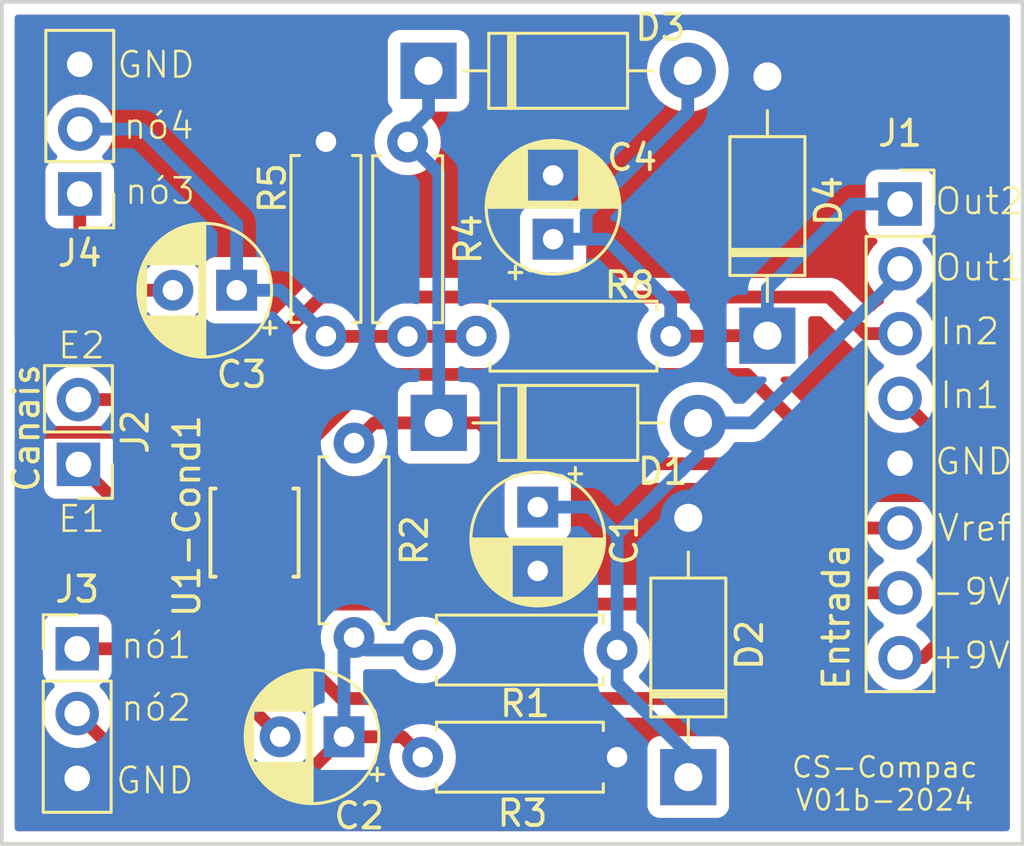
<source format=kicad_pcb>
(kicad_pcb (version 20221018) (generator pcbnew)
  (layers (0 "F.Cu" signal) (31 "B.Cu" signal) (34 "B.Paste" user) (35 "F.Paste" user) (36 "B.SilkS" user "B.Silkscreen") (37 "F.SilkS" user "F.Silkscreen") (38 "B.Mask" user) (39 "F.Mask" user) (44 "Edge.Cuts" user))
  (net 0 "")
  (net 1 "Out_1")
  (net 2 "Earth")
  (net 3 "nó2")
  (net 4 "nó1")
  (net 5 "nó4")
  (net 6 "nó3")
  (net 7 "Out_2")
  (net 8 "Vref")
  (net 9 "Canal_2")
  (net 10 "Canal_1")
  (net 11 "-9V")
  (net 12 "+9V")
  (footprint "Connector_PinHeader_2.54mm:PinHeader_1x02_P2.54mm_Vertical" (layer "F.Cu") (at 130.1 103.225 180)
    (fp_text reference "J2" (at -2.225 1.275 270) (layer "F.SilkS"))
    (fp_text value "Canais" (at 2.05 1.425 270) (layer "F.SilkS"))
    (pad "1" thru_hole rect (at 0 0 180) (size 1.7 1.7) (drill 1) (layers "*.Cu" "*.Mask") (net 10 "Canal_1"))
    (pad "2" thru_hole oval (at 0 2.54 180) (size 1.7 1.7) (drill 1) (layers "*.Cu" "*.Mask") (net 9 "Canal_2"))
  )
  (footprint "Capacitor_THT:CP_Radial_D5.0mm_P2.50mm" (layer "F.Cu") (at 136.3 96.4 180)
    (fp_text reference "C3" (at -0.194887 -3.3) (layer "F.SilkS"))
    (fp_text value "1 uF")
    (pad "1" thru_hole rect (at 0 0 180) (size 1.6 1.6) (drill 0.8) (layers "*.Cu" "*.Mask") (net 5 "nó4"))
    (pad "2" thru_hole circle (at 2.5 0 180) (size 1.6 1.6) (drill 0.8) (layers "*.Cu" "*.Mask") (net 6 "nó3"))
  )
  (footprint "Resistor_THT:R_Axial_DIN0207_L6.3mm_D2.5mm_P7.62mm_Horizontal" (layer "F.Cu") (at 139.8 98.2 90)
    (fp_text reference "R5" (at 5.8 -2.1 90) (layer "F.SilkS"))
    (fp_text value "100k")
    (pad "1" thru_hole circle (at 0 0 90) (size 1.6 1.6) (drill 0.8) (layers "*.Cu" "*.Mask") (net 5 "nó4"))
    (pad "2" thru_hole oval (at 7.62 0 90) (size 1.6 1.6) (drill 0.8) (layers "*.Cu" "*.Mask") (net 2 "Earth"))
  )
  (footprint "Connector_PinHeader_2.54mm:PinHeader_1x03_P2.54mm_Vertical" (layer "F.Cu") (at 130.05 110.45)
    (fp_text reference "J3" (at 0 -2.33) (layer "F.SilkS"))
    (fp_text value "Conn_01x03")
    (pad "1" thru_hole rect (at 0 0) (size 1.7 1.7) (drill 1) (layers "*.Cu" "*.Mask") (net 4 "nó1"))
    (pad "2" thru_hole oval (at 0 2.54) (size 1.7 1.7) (drill 1) (layers "*.Cu" "*.Mask") (net 3 "nó2"))
    (pad "3" thru_hole oval (at 0 5.08) (size 1.7 1.7) (drill 1) (layers "*.Cu" "*.Mask") (net 2 "Earth"))
  )
  (footprint "Resistor_THT:R_Axial_DIN0207_L6.3mm_D2.5mm_P7.62mm_Horizontal" (layer "F.Cu") (at 143.59 110.5)
    (fp_text reference "R1" (at 4.01 2.1) (layer "F.SilkS"))
    (fp_text value "220")
    (pad "1" thru_hole circle (at 0 0) (size 1.6 1.6) (drill 0.8) (layers "*.Cu" "*.Mask") (net 3 "nó2"))
    (pad "2" thru_hole oval (at 7.62 0) (size 1.6 1.6) (drill 0.8) (layers "*.Cu" "*.Mask") (net 1 "Out_1"))
  )
  (footprint "Connector_PinHeader_2.54mm:PinHeader_1x03_P2.54mm_Vertical" (layer "F.Cu") (at 130.15 92.625 180)
    (fp_text reference "J4" (at 0 -2.33 180) (layer "F.SilkS"))
    (fp_text value "Conn_01x03")
    (pad "1" thru_hole rect (at 0 0 180) (size 1.7 1.7) (drill 1) (layers "*.Cu" "*.Mask") (net 6 "nó3"))
    (pad "2" thru_hole oval (at 0 2.54 180) (size 1.7 1.7) (drill 1) (layers "*.Cu" "*.Mask") (net 5 "nó4"))
    (pad "3" thru_hole oval (at 0 5.08 180) (size 1.7 1.7) (drill 1) (layers "*.Cu" "*.Mask") (net 2 "Earth"))
  )
  (footprint "AD8056:RM_8_ADI" (layer "F.Cu") (at 137 105.9 90)
    (fp_text reference "U1-Cond1" (at 0.65 -2.65 90 unlocked) (layer "F.SilkS"))
    (fp_text value "AD8056ARMZ")
    (pad "1" smd rect (at -2.1717 -0.974999 90) (size 1.524 0.4318) (layers "F.Cu" "F.Paste" "F.Mask") (net 4 "nó1"))
    (pad "2" smd rect (at -2.1717 -0.325001 90) (size 1.524 0.4318) (layers "F.Cu" "F.Paste" "F.Mask") (net 4 "nó1"))
    (pad "3" smd rect (at -2.1717 0.325001 90) (size 1.524 0.4318) (layers "F.Cu" "F.Paste" "F.Mask") (net 10 "Canal_1"))
    (pad "4" smd rect (at -2.1717 0.974999 90) (size 1.524 0.4318) (layers "F.Cu" "F.Paste" "F.Mask") (net 11 "-9V"))
    (pad "5" smd rect (at 2.1717 0.974999 90) (size 1.524 0.4318) (layers "F.Cu" "F.Paste" "F.Mask") (net 9 "Canal_2"))
    (pad "6" smd rect (at 2.1717 0.325001 90) (size 1.524 0.4318) (layers "F.Cu" "F.Paste" "F.Mask") (net 6 "nó3"))
    (pad "7" smd rect (at 2.1717 -0.325001 90) (size 1.524 0.4318) (layers "F.Cu" "F.Paste" "F.Mask") (net 6 "nó3"))
    (pad "8" smd rect (at 2.1717 -0.974999 90) (size 1.524 0.4318) (layers "F.Cu" "F.Paste" "F.Mask") (net 12 "+9V"))
  )
  (footprint "Diode_THT:D_DO-41_SOD81_P10.16mm_Horizontal" (layer "F.Cu") (at 154 115.48 90)
    (fp_text reference "D2" (at 5.18 2.4 90) (layer "F.SilkS"))
    (fp_text value "1N5819")
    (pad "1" thru_hole rect (at 0 0 90) (size 2.2 2.2) (drill 1.1) (layers "*.Cu" "*.Mask") (net 1 "Out_1"))
    (pad "2" thru_hole oval (at 10.16 0 90) (size 2.2 2.2) (drill 1.1) (layers "*.Cu" "*.Mask") (net 2 "Earth"))
  )
  (footprint "Capacitor_THT:CP_Radial_D5.0mm_P2.50mm" (layer "F.Cu") (at 148.7 94.4 90)
    (fp_text reference "C4" (at 3.2 3.1 180) (layer "F.SilkS"))
    (fp_text value "470 pF")
    (pad "1" thru_hole rect (at 0 0 90) (size 1.6 1.6) (drill 0.8) (layers "*.Cu" "*.Mask") (net 7 "Out_2"))
    (pad "2" thru_hole circle (at 2.5 0 90) (size 1.6 1.6) (drill 0.8) (layers "*.Cu" "*.Mask") (net 2 "Earth"))
  )
  (footprint "Diode_THT:D_DO-41_SOD81_P10.16mm_Horizontal" (layer "F.Cu") (at 157.1 98.18 90)
    (fp_text reference "D4" (at 5.28 2.4 90) (layer "F.SilkS"))
    (fp_text value "1N5819")
    (pad "1" thru_hole rect (at 0 0 90) (size 2.2 2.2) (drill 1.1) (layers "*.Cu" "*.Mask") (net 7 "Out_2"))
    (pad "2" thru_hole oval (at 10.16 0 90) (size 2.2 2.2) (drill 1.1) (layers "*.Cu" "*.Mask") (net 2 "Earth"))
  )
  (footprint "Capacitor_THT:CP_Radial_D5.0mm_P2.50mm" (layer "F.Cu") (at 148.1 104.9 -90)
    (fp_text reference "C1" (at 1.3 -3.4 90) (layer "F.SilkS"))
    (fp_text value "470 pF")
    (pad "1" thru_hole rect (at 0 0 270) (size 1.6 1.6) (drill 0.8) (layers "*.Cu" "*.Mask") (net 1 "Out_1"))
    (pad "2" thru_hole circle (at 2.5 0 270) (size 1.6 1.6) (drill 0.8) (layers "*.Cu" "*.Mask") (net 2 "Earth"))
  )
  (footprint "Diode_THT:D_DO-41_SOD81_P10.16mm_Horizontal" (layer "F.Cu") (at 143.82 87.8)
    (fp_text reference "D3" (at 9.08 -1.7) (layer "F.SilkS"))
    (fp_text value "1N5819")
    (pad "1" thru_hole rect (at 0 0) (size 2.2 2.2) (drill 1.1) (layers "*.Cu" "*.Mask") (net 8 "Vref"))
    (pad "2" thru_hole oval (at 10.16 0) (size 2.2 2.2) (drill 1.1) (layers "*.Cu" "*.Mask") (net 7 "Out_2"))
  )
  (footprint "Resistor_THT:R_Axial_DIN0207_L6.3mm_D2.5mm_P7.62mm_Horizontal" (layer "F.Cu") (at 140.9 102.39 -90)
    (fp_text reference "R2" (at 3.81 -2.37 90) (layer "F.SilkS"))
    (fp_text value "100k")
    (pad "1" thru_hole circle (at 0 0 270) (size 1.6 1.6) (drill 0.8) (layers "*.Cu" "*.Mask") (net 8 "Vref"))
    (pad "2" thru_hole oval (at 7.62 0 270) (size 1.6 1.6) (drill 0.8) (layers "*.Cu" "*.Mask") (net 3 "nó2"))
  )
  (footprint "Resistor_THT:R_Axial_DIN0207_L6.3mm_D2.5mm_P7.62mm_Horizontal" (layer "F.Cu") (at 145.69 98.2)
    (fp_text reference "R8" (at 6.01 -2) (layer "F.SilkS"))
    (fp_text value "220")
    (pad "1" thru_hole circle (at 0 0) (size 1.6 1.6) (drill 0.8) (layers "*.Cu" "*.Mask") (net 5 "nó4"))
    (pad "2" thru_hole oval (at 7.62 0) (size 1.6 1.6) (drill 0.8) (layers "*.Cu" "*.Mask") (net 7 "Out_2"))
  )
  (footprint "Resistor_THT:R_Axial_DIN0207_L6.3mm_D2.5mm_P7.62mm_Horizontal" (layer "F.Cu") (at 143 90.59 -90)
    (fp_text reference "R4" (at 3.81 -2.37 90) (layer "F.SilkS"))
    (fp_text value "100k")
    (pad "1" thru_hole circle (at 0 0 270) (size 1.6 1.6) (drill 0.8) (layers "*.Cu" "*.Mask") (net 8 "Vref"))
    (pad "2" thru_hole oval (at 7.62 0 270) (size 1.6 1.6) (drill 0.8) (layers "*.Cu" "*.Mask") (net 5 "nó4"))
  )
  (footprint "Connector_PinSocket_2.54mm:PinSocket_1x08_P2.54mm_Vertical" (layer "F.Cu") (at 162.3 93.02)
    (fp_text reference "J1" (at 0 -2.77) (layer "F.SilkS"))
    (fp_text value "Entrada" (at -2.5 16.18 90) (layer "F.SilkS"))
    (pad "1" thru_hole rect (at 0 0) (size 1.7 1.7) (drill 1) (layers "*.Cu" "*.Mask") (net 7 "Out_2"))
    (pad "2" thru_hole oval (at 0 2.54) (size 1.7 1.7) (drill 1) (layers "*.Cu" "*.Mask") (net 1 "Out_1"))
    (pad "3" thru_hole oval (at 0 5.08) (size 1.7 1.7) (drill 1) (layers "*.Cu" "*.Mask") (net 9 "Canal_2"))
    (pad "4" thru_hole oval (at 0 7.62) (size 1.7 1.7) (drill 1) (layers "*.Cu" "*.Mask") (net 10 "Canal_1"))
    (pad "5" thru_hole oval (at 0 10.16) (size 1.7 1.7) (drill 1) (layers "*.Cu" "*.Mask") (net 2 "Earth"))
    (pad "6" thru_hole oval (at 0 12.7) (size 1.7 1.7) (drill 1) (layers "*.Cu" "*.Mask") (net 8 "Vref"))
    (pad "7" thru_hole oval (at 0 15.24) (size 1.7 1.7) (drill 1) (layers "*.Cu" "*.Mask") (net 11 "-9V"))
    (pad "8" thru_hole oval (at 0 17.78) (size 1.7 1.7) (drill 1) (layers "*.Cu" "*.Mask") (net 12 "+9V"))
  )
  (footprint "Capacitor_THT:CP_Radial_D5.0mm_P2.50mm" (layer "F.Cu") (at 140.5051 113.9 180)
    (fp_text reference "C2" (at -0.6 -3.1) (layer "F.SilkS"))
    (fp_text value "1 uF")
    (pad "1" thru_hole rect (at 0 0 180) (size 1.6 1.6) (drill 0.8) (layers "*.Cu" "*.Mask") (net 3 "nó2"))
    (pad "2" thru_hole circle (at 2.5 0 180) (size 1.6 1.6) (drill 0.8) (layers "*.Cu" "*.Mask") (net 4 "nó1"))
  )
  (footprint "Diode_THT:D_DO-41_SOD81_P10.16mm_Horizontal" (layer "F.Cu") (at 144.22 101.6)
    (fp_text reference "D1" (at 8.78 1.9) (layer "F.SilkS"))
    (fp_text value "1N5819")
    (pad "1" thru_hole rect (at 0 0) (size 2.2 2.2) (drill 1.1) (layers "*.Cu" "*.Mask") (net 8 "Vref"))
    (pad "2" thru_hole oval (at 10.16 0) (size 2.2 2.2) (drill 1.1) (layers "*.Cu" "*.Mask") (net 1 "Out_1"))
  )
  (footprint "Resistor_THT:R_Axial_DIN0207_L6.3mm_D2.5mm_P7.62mm_Horizontal" (layer "F.Cu") (at 143.59 114.7)
    (fp_text reference "R3" (at 3.91 2.2) (layer "F.SilkS"))
    (fp_text value "100k")
    (pad "1" thru_hole circle (at 0 0) (size 1.6 1.6) (drill 0.8) (layers "*.Cu" "*.Mask") (net 3 "nó2"))
    (pad "2" thru_hole oval (at 7.62 0) (size 1.6 1.6) (drill 0.8) (layers "*.Cu" "*.Mask") (net 2 "Earth"))
  )
  (gr_line (start 127.1 85.1) (end 167.1 85.1) (stroke (width 0.15)) (layer "Edge.Cuts"))
  (gr_line (start 127.1 85.1) (end 127.1 118.1) (stroke (width 0.15)) (layer "Edge.Cuts"))
  (gr_line (start 167.1 85.1) (end 167.1 118.1) (stroke (width 0.15)) (layer "Edge.Cuts"))
  (gr_line (start 127.1 118.1) (end 167.1 118.1) (stroke (width 0.15)) (layer "Edge.Cuts"))
  (gr_text "GND" (at 131.55 88.15) (layer "F.SilkS") (effects (font (size 1 1) (thickness 0.1)) (justify left bottom)))
  (gr_text "GND" (at 163.6 103.7) (layer "F.SilkS") (effects (font (size 1 1) (thickness 0.1)) (justify left bottom)))
  (gr_text "Out1" (at 163.6 96.1) (layer "F.SilkS") (effects (font (size 1 1) (thickness 0.1)) (justify left bottom)))
  (gr_text "nó2" (at 131.7 113.35) (layer "F.SilkS") (effects (font (size 1 1) (thickness 0.1)) (justify left bottom)))
  (gr_text "In1\n" (at 163.8 101.1) (layer "F.SilkS") (effects (font (size 1 1) (thickness 0.1)) (justify left bottom)))
  (gr_text "E2" (at 129.225 99.15) (layer "F.SilkS") (effects (font (size 1 1) (thickness 0.1)) (justify left bottom)))
  (gr_text "In2\n" (at 163.8 98.6) (layer "F.SilkS") (effects (font (size 1 1) (thickness 0.1)) (justify left bottom)))
  (gr_text "nó4\n" (at 131.8 90.55) (layer "F.SilkS") (effects (font (size 1 1) (thickness 0.1)) (justify left bottom)))
  (gr_text "+9V" (at 163.5 111.3) (layer "F.SilkS") (effects (font (size 1 1) (thickness 0.1)) (justify left bottom)))
  (gr_text "nó3" (at 131.85 93.1) (layer "F.SilkS") (effects (font (size 1 1) (thickness 0.1)) (justify left bottom)))
  (gr_text "CS-Compac\nV01b-2024" (at 161.7 116.85) (layer "F.SilkS") (effects (font (size 0.8 0.8) (thickness 0.1)) (justify bottom)))
  (gr_text "Vref" (at 163.7 106.3) (layer "F.SilkS") (effects (font (size 1 1) (thickness 0.1)) (justify left bottom)))
  (gr_text "E1" (at 129.225 105.95) (layer "F.SilkS") (effects (font (size 1 1) (thickness 0.1)) (justify left bottom)))
  (gr_text "Out2" (at 163.6 93.5) (layer "F.SilkS") (effects (font (size 1 1) (thickness 0.1)) (justify left bottom)))
  (gr_text "nó1\n" (at 131.7 110.9) (layer "F.SilkS") (effects (font (size 1 1) (thickness 0.1)) (justify left bottom)))
  (gr_text "GND" (at 131.5 116.2) (layer "F.SilkS") (effects (font (size 1 1) (thickness 0.1)) (justify left bottom)))
  (gr_text "-9V" (at 163.5 108.8) (layer "F.SilkS") (effects (font (size 1 1) (thickness 0.1)) (justify left bottom)))
  (segment (start 153.68 103.5) (end 151.21 105.97) (width 0.5) (layer "B.Cu") (net 1))
  (segment (start 162.3 95.7929) (end 156.4929 101.6) (width 0.5) (layer "B.Cu") (net 1))
  (segment (start 153.7 103.5) (end 153.68 103.5) (width 0.5) (layer "B.Cu") (net 1))
  (segment (start 154.38 101.6) (end 154.38 102.82) (width 0.5) (layer "B.Cu") (net 1))
  (segment (start 154 115.48) (end 154 114.59) (width 0.5) (layer "B.Cu") (net 1))
  (segment (start 148.1 104.9) (end 150.14 104.9) (width 0.5) (layer "B.Cu") (net 1))
  (segment (start 151.21 111.8) (end 151.21 110.5) (width 0.5) (layer "B.Cu") (net 1))
  (segment (start 151.21 105.97) (end 151.21 110.5) (width 0.5) (layer "B.Cu") (net 1))
  (segment (start 154.38 102.82) (end 153.7 103.5) (width 0.5) (layer "B.Cu") (net 1))
  (segment (start 150.14 104.9) (end 151.21 105.97) (width 0.5) (layer "B.Cu") (net 1))
  (segment (start 154 114.59) (end 151.21 111.8) (width 0.5) (layer "B.Cu") (net 1))
  (segment (start 162.3 95.56) (end 162.3 95.7929) (width 0.5) (layer "B.Cu") (net 1))
  (segment (start 156.4929 101.6) (end 154.38 101.6) (width 0.5) (layer "B.Cu") (net 1))
  (segment (start 140.5051 113.9) (end 138.8651 115.54) (width 0.5) (layer "F.Cu") (net 3))
  (segment (start 132.6 115.54) (end 138.8651 115.54) (width 0.5) (layer "F.Cu") (net 3))
  (segment (start 142.79 113.9) (end 143.59 114.7) (width 0.5) (layer "F.Cu") (net 3))
  (segment (start 140.5051 113.9) (end 142.79 113.9) (width 0.5) (layer "F.Cu") (net 3))
  (segment (start 130.05 112.99) (end 132.6 115.54) (width 0.5) (layer "F.Cu") (net 3))
  (segment (start 141.39 110.5) (end 143.59 110.5) (width 0.5) (layer "B.Cu") (net 3))
  (segment (start 140.5051 110.4049) (end 140.9 110.01) (width 0.5) (layer "B.Cu") (net 3))
  (segment (start 140.5051 113.9) (end 140.5051 110.4049) (width 0.5) (layer "B.Cu") (net 3))
  (segment (start 140.9 110.01) (end 141.39 110.5) (width 0.5) (layer "B.Cu") (net 3))
  (segment (start 136.6559 108.0526) (end 136.0441 108.0526) (width 0.5) (layer "F.Cu") (net 4))
  (segment (start 130.05 110.45) (end 135.975 110.45) (width 0.5) (layer "F.Cu") (net 4))
  (segment (start 136.5219 112.4168) (end 136.025 112.4168) (width 0.5) (layer "F.Cu") (net 4))
  (segment (start 135.975 110.45) (end 136.025 110.5) (width 0.5) (layer "F.Cu") (net 4))
  (segment (start 136.0441 108.0526) (end 136.025 108.0717) (width 0.5) (layer "F.Cu") (net 4))
  (segment (start 138.0051 113.9) (end 136.5219 112.4168) (width 0.5) (layer "F.Cu") (net 4))
  (segment (start 136.025 109.3337) (end 136.025 110.5) (width 0.5) (layer "F.Cu") (net 4))
  (segment (start 136.025 110.5) (end 136.025 112.4168) (width 0.5) (layer "F.Cu") (net 4))
  (segment (start 136.025 108.0717) (end 136.025 109.3337) (width 0.5) (layer "F.Cu") (net 4))
  (segment (start 136.675 108.0717) (end 136.6559 108.0526) (width 0.4316) (layer "F.Cu") (net 4))
  (segment (start 143 98.21) (end 139.81 98.21) (width 0.5) (layer "F.Cu") (net 5))
  (segment (start 139.81 98.21) (end 139.8 98.2) (width 0.5) (layer "F.Cu") (net 5))
  (segment (start 145.68 98.21) (end 143 98.21) (width 0.5) (layer "F.Cu") (net 5))
  (segment (start 145.69 98.2) (end 145.68 98.21) (width 0.5) (layer "F.Cu") (net 5))
  (segment (start 130.15 90.085) (end 132.585 90.085) (width 0.5) (layer "B.Cu") (net 5))
  (segment (start 138 96.4) (end 139.8 98.2) (width 0.5) (layer "B.Cu") (net 5))
  (segment (start 132.585 90.085) (end 136.3 93.8) (width 0.5) (layer "B.Cu") (net 5))
  (segment (start 136.3 96.4) (end 138 96.4) (width 0.5) (layer "B.Cu") (net 5))
  (segment (start 136.3 93.8) (end 136.3 96.4) (width 0.5) (layer "B.Cu") (net 5))
  (segment (start 136.675 103.7283) (end 136.675 102.4663) (width 0.5) (layer "F.Cu") (net 6))
  (segment (start 130.15 95.75) (end 130.8 96.4) (width 0.5) (layer "F.Cu") (net 6))
  (segment (start 130.15 92.625) (end 130.15 95.75) (width 0.5) (layer "F.Cu") (net 6))
  (segment (start 136.675 103.7283) (end 137.325 103.7283) (width 0.4316) (layer "F.Cu") (net 6))
  (segment (start 128.6701 101.9701) (end 128.1 101.4) (width 0.5) (layer "F.Cu") (net 6))
  (segment (start 130.8 96.4) (end 133.8 96.4) (width 0.5) (layer "F.Cu") (net 6))
  (segment (start 136.1788 101.9701) (end 128.6701 101.9701) (width 0.5) (layer "F.Cu") (net 6))
  (segment (start 136.675 102.4663) (end 136.1788 101.9701) (width 0.5) (layer "F.Cu") (net 6))
  (segment (start 128.1 99.1) (end 130.8 96.4) (width 0.5) (layer "F.Cu") (net 6))
  (segment (start 128.1 101.4) (end 128.1 99.1) (width 0.5) (layer "F.Cu") (net 6))
  (segment (start 153.31 98.2) (end 155.48 98.2) (width 0.5) (layer "F.Cu") (net 7))
  (segment (start 157.1 98.18) (end 155.5 98.18) (width 0.5) (layer "F.Cu") (net 7))
  (segment (start 155.48 98.2) (end 155.5 98.18) (width 0.5) (layer "F.Cu") (net 7))
  (segment (start 148.7 94.4) (end 150 94.4) (width 0.5) (layer "B.Cu") (net 7))
  (segment (start 157.1 96.335) (end 157.1 98.18) (width 0.5) (layer "B.Cu") (net 7))
  (segment (start 150 93.38) (end 150 94.4) (width 0.5) (layer "B.Cu") (net 7))
  (segment (start 153.98 89.4) (end 150 93.38) (width 0.5) (layer "B.Cu") (net 7))
  (segment (start 162.3 93.02) (end 160.415 93.02) (width 0.5) (layer "B.Cu") (net 7))
  (segment (start 153.98 87.8) (end 153.98 89.4) (width 0.5) (layer "B.Cu") (net 7))
  (segment (start 153.31 98.2) (end 153.31 96.9) (width 0.5) (layer "B.Cu") (net 7))
  (segment (start 160.415 93.02) (end 157.1 96.335) (width 0.5) (layer "B.Cu") (net 7))
  (segment (start 150.8 94.4) (end 150 94.4) (width 0.5) (layer "B.Cu") (net 7))
  (segment (start 153.31 96.9) (end 153.3 96.9) (width 0.5) (layer "B.Cu") (net 7))
  (segment (start 153.3 96.9) (end 150.8 94.4) (width 0.5) (layer "B.Cu") (net 7))
  (segment (start 145.82 101.6) (end 147.42 103.2) (width 0.5) (layer "F.Cu") (net 8))
  (segment (start 158.43 103.2) (end 160.95 105.72) (width 0.5) (layer "F.Cu") (net 8))
  (segment (start 145.02 101.6) (end 144.22 101.6) (width 0.5) (layer "F.Cu") (net 8))
  (segment (start 162.3 105.72) (end 160.95 105.72) (width 0.5) (layer "F.Cu") (net 8))
  (segment (start 145.02 101.6) (end 145.82 101.6) (width 0.5) (layer "F.Cu") (net 8))
  (segment (start 140.9 102.39) (end 141.69 101.6) (width 0.5) (layer "F.Cu") (net 8))
  (segment (start 141.69 101.6) (end 144.22 101.6) (width 0.5) (layer "F.Cu") (net 8))
  (segment (start 147.42 103.2) (end 158.43 103.2) (width 0.5) (layer "F.Cu") (net 8))
  (segment (start 143 90.22) (end 143 90.59) (width 0.5) (layer "B.Cu") (net 8))
  (segment (start 143.82 87.8) (end 143.82 89.4) (width 0.5) (layer "B.Cu") (net 8))
  (segment (start 143.82 89.4) (end 143 90.22) (width 0.5) (layer "B.Cu") (net 8))
  (segment (start 144.22 91.81) (end 143 90.59) (width 0.5) (layer "B.Cu") (net 8))
  (segment (start 144.22 101.6) (end 144.22 91.81) (width 0.5) (layer "B.Cu") (net 8))
  (segment (start 139.6113 96.6672) (end 136.2087 100.0698) (width 0.5) (layer "F.Cu") (net 9))
  (segment (start 130.1 100.685) (end 136.1937 100.685) (width 0.5) (layer "F.Cu") (net 9))
  (segment (start 137.975 103.7283) (end 137.975 102.4663) (width 0.5) (layer "F.Cu") (net 9))
  (segment (start 136.1937 100.685) (end 136.2087 100.7) (width 0.5) (layer "F.Cu") (net 9))
  (segment (start 136.2087 100.0698) (end 136.2087 100.7) (width 0.5) (layer "F.Cu") (net 9))
  (segment (start 160.95 98.1) (end 159.5172 96.6672) (width 0.5) (layer "F.Cu") (net 9))
  (segment (start 136.2087 100.7) (end 137.975 102.4663) (width 0.5) (layer "F.Cu") (net 9))
  (segment (start 159.5172 96.6672) (end 139.6113 96.6672) (width 0.5) (layer "F.Cu") (net 9))
  (segment (start 162.3 98.1) (end 160.95 98.1) (width 0.5) (layer "F.Cu") (net 9))
  (segment (start 136.8 106.1) (end 132.975 106.1) (width 0.5) (layer "F.Cu") (net 10))
  (segment (start 137.3059 106.6059) (end 136.8 106.1) (width 0.5) (layer "F.Cu") (net 10))
  (segment (start 165.5 110.5) (end 163.6 112.4) (width 0.5) (layer "F.Cu") (net 10))
  (segment (start 165.5 103.84) (end 165.5 110.5) (width 0.5) (layer "F.Cu") (net 10))
  (segment (start 137.325001 109.333701) (end 137.325001 108.0717) (width 0.5) (layer "F.Cu") (net 10))
  (segment (start 163.6 112.4) (end 140.3913 112.4) (width 0.5) (layer "F.Cu") (net 10))
  (segment (start 132.975 106.1) (end 130.1 103.225) (width 0.5) (layer "F.Cu") (net 10))
  (segment (start 137.325001 108.0717) (end 137.3059 108.052599) (width 0.5) (layer "F.Cu") (net 10))
  (segment (start 140.3913 112.4) (end 137.325001 109.333701) (width 0.5) (layer "F.Cu") (net 10))
  (segment (start 137.3059 108.052599) (end 137.3059 106.6059) (width 0.5) (layer "F.Cu") (net 10))
  (segment (start 162.3 100.64) (end 165.5 103.84) (width 0.5) (layer "F.Cu") (net 10))
  (segment (start 160.51 108.7) (end 138.6033 108.7) (width 0.5) (layer "F.Cu") (net 11))
  (segment (start 162.3 108.26) (end 160.95 108.26) (width 0.5) (layer "F.Cu") (net 11))
  (segment (start 138.6033 108.7) (end 138.5866 108.6833) (width 0.5) (layer "F.Cu") (net 11))
  (segment (start 138.5866 108.6833) (end 137.975 108.0717) (width 0.4316) (layer "F.Cu") (net 11))
  (segment (start 160.95 108.26) (end 160.51 108.7) (width 0.5) (layer "F.Cu") (net 11))
  (segment (start 136.025 103.7283) (end 136.025 104.787801) (width 0.4316) (layer "F.Cu") (net 12))
  (segment (start 141.8291 99.7) (end 156.2996 99.7) (width 0.5) (layer "F.Cu") (net 12))
  (segment (start 138.7 105.2) (end 139.1 104.8) (width 0.5) (layer "F.Cu") (net 12))
  (segment (start 137.6 105.2) (end 138.7 105.2) (width 0.5) (layer "F.Cu") (net 12))
  (segment (start 136.025 104.787801) (end 136.437199 105.2) (width 0.4316) (layer "F.Cu") (net 12))
  (segment (start 139.1 104.8) (end 139.1 102.4291) (width 0.5) (layer "F.Cu") (net 12))
  (segment (start 163.65 104.45) (end 164.6 105.4) (width 0.5) (layer "F.Cu") (net 12))
  (segment (start 139.1 102.4291) (end 141.8291 99.7) (width 0.5) (layer "F.Cu") (net 12))
  (segment (start 156.2996 99.7) (end 161.0496 104.45) (width 0.5) (layer "F.Cu") (net 12))
  (segment (start 161.0496 104.45) (end 163.65 104.45) (width 0.5) (layer "F.Cu") (net 12))
  (segment (start 163.2 110.8) (end 162.3 110.8) (width 0.5) (layer "F.Cu") (net 12))
  (segment (start 136.437199 105.2) (end 137.6 105.2) (width 0.4316) (layer "F.Cu") (net 12))
  (segment (start 164.6 109.4) (end 163.2 110.8) (width 0.5) (layer "F.Cu") (net 12))
  (segment (start 164.6 105.4) (end 164.6 109.4) (width 0.5) (layer "F.Cu") (net 12))
  (zone (net 2) (net_name "Earth") (layers "F&B.Cu") (connect_pads yes (clearance 0.5)) (min_thickness 0.25) (fill yes (thermal_gap 0.5) (thermal_bridge_width 0.5))
    (polygon (pts (xy 127.4 85.4) (xy 166.8 85.5) (xy 166.8 117.7) (xy 127.4 117.7)))
  )
)
</source>
